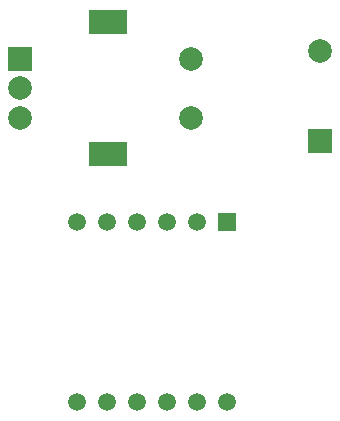
<source format=gbr>
%TF.GenerationSoftware,KiCad,Pcbnew,(5.1.8)-1*%
%TF.CreationDate,2021-03-12T13:42:17+01:00*%
%TF.ProjectId,AP,41502e6b-6963-4616-945f-706362585858,rev?*%
%TF.SameCoordinates,Original*%
%TF.FileFunction,Soldermask,Top*%
%TF.FilePolarity,Negative*%
%FSLAX46Y46*%
G04 Gerber Fmt 4.6, Leading zero omitted, Abs format (unit mm)*
G04 Created by KiCad (PCBNEW (5.1.8)-1) date 2021-03-12 13:42:17*
%MOMM*%
%LPD*%
G01*
G04 APERTURE LIST*
%ADD10R,2.000000X2.000000*%
%ADD11C,2.000000*%
%ADD12R,3.200000X2.000000*%
%ADD13C,1.500000*%
%ADD14R,1.500000X1.500000*%
G04 APERTURE END LIST*
D10*
%TO.C,Nastaven1*%
X148590000Y-86995000D03*
D11*
X148590000Y-89495000D03*
X148590000Y-91995000D03*
D12*
X156090000Y-83895000D03*
X156090000Y-95095000D03*
D11*
X163090000Y-86995000D03*
X163090000Y-91995000D03*
%TD*%
D13*
%TO.C,Displej1*%
X166116000Y-116078000D03*
X163576000Y-116078000D03*
X161036000Y-116078000D03*
X158496000Y-116078000D03*
X155956000Y-116078000D03*
X153416000Y-116078000D03*
X153416000Y-100838000D03*
X155956000Y-100838000D03*
X158496000Y-100838000D03*
X161036000Y-100838000D03*
X163576000Y-100838000D03*
D14*
X166116000Y-100838000D03*
%TD*%
D11*
%TO.C,bzu\u010D\u00E1k1*%
X173990000Y-86380000D03*
D10*
X173990000Y-93980000D03*
%TD*%
M02*

</source>
